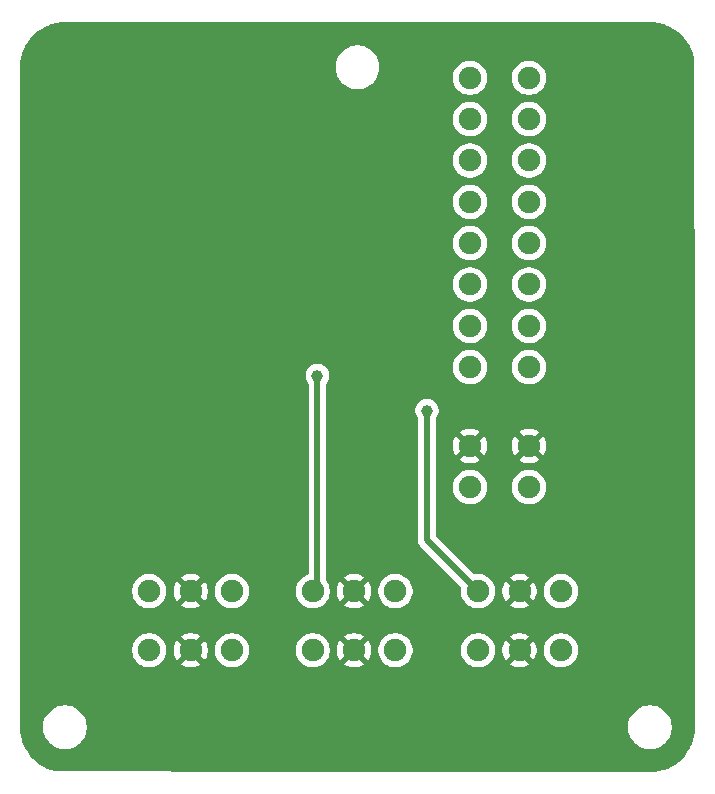
<source format=gbl>
G04 #@! TF.GenerationSoftware,KiCad,Pcbnew,9.0.0*
G04 #@! TF.CreationDate,2025-02-28T23:18:11-08:00*
G04 #@! TF.ProjectId,Constellation STAR LAF V1.1,436f6e73-7465-46c6-9c61-74696f6e2053,rev?*
G04 #@! TF.SameCoordinates,Original*
G04 #@! TF.FileFunction,Copper,L2,Bot*
G04 #@! TF.FilePolarity,Positive*
%FSLAX46Y46*%
G04 Gerber Fmt 4.6, Leading zero omitted, Abs format (unit mm)*
G04 Created by KiCad (PCBNEW 9.0.0) date 2025-02-28 23:18:11*
%MOMM*%
%LPD*%
G01*
G04 APERTURE LIST*
G04 #@! TA.AperFunction,ComponentPad*
%ADD10C,1.900000*%
G04 #@! TD*
G04 #@! TA.AperFunction,ViaPad*
%ADD11C,0.700000*%
G04 #@! TD*
G04 #@! TA.AperFunction,ViaPad*
%ADD12C,1.000000*%
G04 #@! TD*
G04 #@! TA.AperFunction,Conductor*
%ADD13C,0.500000*%
G04 #@! TD*
G04 APERTURE END LIST*
D10*
X63500000Y-64770000D03*
X68500000Y-64770000D03*
X63500000Y-61270000D03*
X68500000Y-61270000D03*
X64195000Y-73580000D03*
X64195000Y-78580000D03*
X67695000Y-73580000D03*
X67695000Y-78580000D03*
X71195001Y-73580000D03*
X71195001Y-78580000D03*
X36350000Y-73580000D03*
X36350000Y-78580000D03*
X39850000Y-73580000D03*
X39850000Y-78580000D03*
X43350001Y-73580000D03*
X43350001Y-78580000D03*
X63500000Y-54610000D03*
X68500000Y-54610000D03*
X63500000Y-51110000D03*
X68499999Y-51109999D03*
X63500000Y-47609998D03*
X68500000Y-47609998D03*
X63500000Y-44109997D03*
X68500000Y-44109997D03*
X63500000Y-40609997D03*
X68500000Y-40609997D03*
X63500000Y-37109997D03*
X68500000Y-37109997D03*
X63500000Y-33609996D03*
X68500000Y-33609996D03*
X63500000Y-30109995D03*
X68500000Y-30109995D03*
X50190000Y-73580000D03*
X50190000Y-78580000D03*
X53690000Y-73580000D03*
X53690000Y-78580000D03*
X57190001Y-73580000D03*
X57190001Y-78580000D03*
D11*
X54280000Y-65090000D03*
X54340000Y-54620000D03*
X52270000Y-67200000D03*
X52610000Y-60280000D03*
X56360000Y-52430000D03*
D12*
X58060000Y-58090000D03*
X50590000Y-55320000D03*
X59860000Y-58300000D03*
D13*
X50590000Y-73180000D02*
X50190000Y-73580000D01*
X50590000Y-55320000D02*
X50590000Y-73180000D01*
X64195000Y-73580000D02*
X59860000Y-69245000D01*
X59860000Y-69245000D02*
X59860000Y-58300000D01*
G04 #@! TA.AperFunction,Conductor*
G36*
X78743032Y-25400648D02*
G01*
X79073550Y-25416886D01*
X79080338Y-25417409D01*
X79158043Y-25425576D01*
X79163118Y-25426219D01*
X79451012Y-25468923D01*
X79458530Y-25470279D01*
X79529110Y-25485281D01*
X79533445Y-25486284D01*
X79822283Y-25558635D01*
X79830447Y-25560981D01*
X79888101Y-25579714D01*
X79891519Y-25580880D01*
X80183376Y-25685308D01*
X80192002Y-25688766D01*
X80228374Y-25704960D01*
X80230808Y-25706077D01*
X80530296Y-25847724D01*
X80541004Y-25853448D01*
X80851215Y-26039382D01*
X80861333Y-26046142D01*
X81151832Y-26261591D01*
X81161238Y-26269311D01*
X81429216Y-26512192D01*
X81437807Y-26520783D01*
X81642247Y-26746348D01*
X81680688Y-26788761D01*
X81688408Y-26798167D01*
X81903857Y-27088666D01*
X81910617Y-27098784D01*
X82096543Y-27408982D01*
X82102280Y-27419714D01*
X82243887Y-27719116D01*
X82245072Y-27721699D01*
X82261225Y-27757980D01*
X82264697Y-27766640D01*
X82369111Y-28058460D01*
X82370290Y-28061916D01*
X82389013Y-28119539D01*
X82391366Y-28127727D01*
X82463714Y-28416551D01*
X82464719Y-28420895D01*
X82479713Y-28491438D01*
X82481081Y-28499022D01*
X82503795Y-28652151D01*
X82505137Y-28670150D01*
X82549500Y-56906751D01*
X82549500Y-85086947D01*
X82549351Y-85093032D01*
X82533115Y-85423506D01*
X82532585Y-85430382D01*
X82524431Y-85507967D01*
X82523768Y-85513201D01*
X82481081Y-85800974D01*
X82479713Y-85808561D01*
X82464718Y-85879103D01*
X82463712Y-85883451D01*
X82391366Y-86172271D01*
X82389013Y-86180459D01*
X82370290Y-86238082D01*
X82369111Y-86241538D01*
X82264697Y-86533358D01*
X82261225Y-86542018D01*
X82245072Y-86578299D01*
X82243887Y-86580882D01*
X82102280Y-86880284D01*
X82096543Y-86891016D01*
X81910617Y-87201215D01*
X81903857Y-87211333D01*
X81688408Y-87501832D01*
X81680688Y-87511238D01*
X81437814Y-87779209D01*
X81429209Y-87787814D01*
X81161238Y-88030688D01*
X81151832Y-88038408D01*
X80861333Y-88253857D01*
X80851215Y-88260617D01*
X80541016Y-88446543D01*
X80530284Y-88452280D01*
X80230882Y-88593887D01*
X80228299Y-88595072D01*
X80192018Y-88611225D01*
X80183358Y-88614697D01*
X79891538Y-88719111D01*
X79888082Y-88720290D01*
X79830459Y-88739013D01*
X79822271Y-88741366D01*
X79533451Y-88813712D01*
X79529103Y-88814718D01*
X79458561Y-88829713D01*
X79450974Y-88831081D01*
X79163201Y-88873768D01*
X79157967Y-88874431D01*
X79080382Y-88882585D01*
X79073506Y-88883115D01*
X78743033Y-88899351D01*
X78736948Y-88899500D01*
X48165913Y-88899500D01*
X48165372Y-88899499D01*
X48109277Y-88899253D01*
X28429414Y-88813239D01*
X28399826Y-88809524D01*
X28127727Y-88741366D01*
X28119539Y-88739013D01*
X28061916Y-88720290D01*
X28058460Y-88719111D01*
X27766640Y-88614697D01*
X27757980Y-88611225D01*
X27721699Y-88595072D01*
X27719116Y-88593887D01*
X27419714Y-88452280D01*
X27408982Y-88446543D01*
X27098784Y-88260617D01*
X27088666Y-88253857D01*
X26798167Y-88038408D01*
X26788761Y-88030688D01*
X26746348Y-87992247D01*
X26520783Y-87787807D01*
X26512192Y-87779216D01*
X26269311Y-87511238D01*
X26261591Y-87501832D01*
X26046142Y-87211333D01*
X26039382Y-87201215D01*
X25883115Y-86940500D01*
X25853448Y-86891004D01*
X25847724Y-86880296D01*
X25706077Y-86580808D01*
X25704960Y-86578374D01*
X25688766Y-86542002D01*
X25685308Y-86533376D01*
X25580880Y-86241519D01*
X25579708Y-86238082D01*
X25560985Y-86180459D01*
X25558632Y-86172271D01*
X25545612Y-86120293D01*
X25486284Y-85883445D01*
X25485280Y-85879103D01*
X25470279Y-85808530D01*
X25468923Y-85801012D01*
X25426219Y-85513118D01*
X25425576Y-85508043D01*
X25417409Y-85430338D01*
X25416886Y-85423550D01*
X25400648Y-85093032D01*
X25400500Y-85086949D01*
X25400500Y-84968711D01*
X27359500Y-84968711D01*
X27359500Y-85211288D01*
X27391161Y-85451785D01*
X27453947Y-85686104D01*
X27501528Y-85800974D01*
X27546776Y-85910212D01*
X27668064Y-86120289D01*
X27668066Y-86120292D01*
X27668067Y-86120293D01*
X27815733Y-86312736D01*
X27815739Y-86312743D01*
X27987256Y-86484260D01*
X27987262Y-86484265D01*
X28179711Y-86631936D01*
X28389788Y-86753224D01*
X28613900Y-86846054D01*
X28848211Y-86908838D01*
X29028586Y-86932584D01*
X29088711Y-86940500D01*
X29088712Y-86940500D01*
X29331289Y-86940500D01*
X29379388Y-86934167D01*
X29571789Y-86908838D01*
X29806100Y-86846054D01*
X30030212Y-86753224D01*
X30240289Y-86631936D01*
X30432738Y-86484265D01*
X30604265Y-86312738D01*
X30751936Y-86120289D01*
X30873224Y-85910212D01*
X30966054Y-85686100D01*
X31028838Y-85451789D01*
X31060500Y-85211288D01*
X31060500Y-84968712D01*
X31060500Y-84968711D01*
X76889500Y-84968711D01*
X76889500Y-85211288D01*
X76921161Y-85451785D01*
X76983947Y-85686104D01*
X77031528Y-85800974D01*
X77076776Y-85910212D01*
X77198064Y-86120289D01*
X77198066Y-86120292D01*
X77198067Y-86120293D01*
X77345733Y-86312736D01*
X77345739Y-86312743D01*
X77517256Y-86484260D01*
X77517262Y-86484265D01*
X77709711Y-86631936D01*
X77919788Y-86753224D01*
X78143900Y-86846054D01*
X78378211Y-86908838D01*
X78558586Y-86932584D01*
X78618711Y-86940500D01*
X78618712Y-86940500D01*
X78861289Y-86940500D01*
X78909388Y-86934167D01*
X79101789Y-86908838D01*
X79336100Y-86846054D01*
X79560212Y-86753224D01*
X79770289Y-86631936D01*
X79962738Y-86484265D01*
X80134265Y-86312738D01*
X80281936Y-86120289D01*
X80403224Y-85910212D01*
X80496054Y-85686100D01*
X80558838Y-85451789D01*
X80590500Y-85211288D01*
X80590500Y-84968712D01*
X80558838Y-84728211D01*
X80496054Y-84493900D01*
X80403224Y-84269788D01*
X80281936Y-84059711D01*
X80134265Y-83867262D01*
X80134260Y-83867256D01*
X79962743Y-83695739D01*
X79962736Y-83695733D01*
X79770293Y-83548067D01*
X79770292Y-83548066D01*
X79770289Y-83548064D01*
X79560212Y-83426776D01*
X79560205Y-83426773D01*
X79336104Y-83333947D01*
X79101785Y-83271161D01*
X78861289Y-83239500D01*
X78861288Y-83239500D01*
X78618712Y-83239500D01*
X78618711Y-83239500D01*
X78378214Y-83271161D01*
X78143895Y-83333947D01*
X77919794Y-83426773D01*
X77919785Y-83426777D01*
X77709706Y-83548067D01*
X77517263Y-83695733D01*
X77517256Y-83695739D01*
X77345739Y-83867256D01*
X77345733Y-83867263D01*
X77198067Y-84059706D01*
X77076777Y-84269785D01*
X77076773Y-84269794D01*
X76983947Y-84493895D01*
X76921161Y-84728214D01*
X76889500Y-84968711D01*
X31060500Y-84968711D01*
X31028838Y-84728211D01*
X30966054Y-84493900D01*
X30873224Y-84269788D01*
X30751936Y-84059711D01*
X30604265Y-83867262D01*
X30604260Y-83867256D01*
X30432743Y-83695739D01*
X30432736Y-83695733D01*
X30240293Y-83548067D01*
X30240292Y-83548066D01*
X30240289Y-83548064D01*
X30030212Y-83426776D01*
X30030205Y-83426773D01*
X29806104Y-83333947D01*
X29571785Y-83271161D01*
X29331289Y-83239500D01*
X29331288Y-83239500D01*
X29088712Y-83239500D01*
X29088711Y-83239500D01*
X28848214Y-83271161D01*
X28613895Y-83333947D01*
X28389794Y-83426773D01*
X28389785Y-83426777D01*
X28179706Y-83548067D01*
X27987263Y-83695733D01*
X27987256Y-83695739D01*
X27815739Y-83867256D01*
X27815733Y-83867263D01*
X27668067Y-84059706D01*
X27546777Y-84269785D01*
X27546773Y-84269794D01*
X27453947Y-84493895D01*
X27391161Y-84728214D01*
X27359500Y-84968711D01*
X25400500Y-84968711D01*
X25400500Y-78465837D01*
X34899500Y-78465837D01*
X34899500Y-78694162D01*
X34935215Y-78919660D01*
X35005770Y-79136803D01*
X35109288Y-79339966D01*
X35109421Y-79340228D01*
X35243621Y-79524937D01*
X35405063Y-79686379D01*
X35589772Y-79820579D01*
X35685884Y-79869550D01*
X35793196Y-79924229D01*
X35793198Y-79924229D01*
X35793201Y-79924231D01*
X35909592Y-79962049D01*
X36010339Y-79994784D01*
X36235838Y-80030500D01*
X36235843Y-80030500D01*
X36464162Y-80030500D01*
X36689660Y-79994784D01*
X36691165Y-79994295D01*
X36906799Y-79924231D01*
X37110228Y-79820579D01*
X37294937Y-79686379D01*
X37456379Y-79524937D01*
X37590579Y-79340228D01*
X37694231Y-79136799D01*
X37764784Y-78919660D01*
X37764802Y-78919544D01*
X37800500Y-78694162D01*
X37800500Y-78465883D01*
X38400000Y-78465883D01*
X38400000Y-78694116D01*
X38435704Y-78919544D01*
X38506230Y-79136604D01*
X38609851Y-79339969D01*
X38663135Y-79413309D01*
X38663137Y-79413309D01*
X39285387Y-78791059D01*
X39290889Y-78811591D01*
X39369881Y-78948408D01*
X39481592Y-79060119D01*
X39618409Y-79139111D01*
X39638939Y-79144612D01*
X39016688Y-79766862D01*
X39016689Y-79766863D01*
X39090030Y-79820148D01*
X39293395Y-79923769D01*
X39510455Y-79994295D01*
X39735884Y-80030000D01*
X39964116Y-80030000D01*
X40189544Y-79994295D01*
X40406604Y-79923769D01*
X40609966Y-79820150D01*
X40683309Y-79766862D01*
X40683310Y-79766862D01*
X40061059Y-79144612D01*
X40081591Y-79139111D01*
X40218408Y-79060119D01*
X40330119Y-78948408D01*
X40409111Y-78811591D01*
X40414612Y-78791059D01*
X41036862Y-79413310D01*
X41036862Y-79413309D01*
X41090150Y-79339966D01*
X41193769Y-79136604D01*
X41264295Y-78919544D01*
X41300000Y-78694116D01*
X41300000Y-78465883D01*
X41299993Y-78465837D01*
X41899501Y-78465837D01*
X41899501Y-78694162D01*
X41935216Y-78919660D01*
X42005771Y-79136803D01*
X42109289Y-79339966D01*
X42109422Y-79340228D01*
X42243622Y-79524937D01*
X42405064Y-79686379D01*
X42589773Y-79820579D01*
X42685885Y-79869550D01*
X42793197Y-79924229D01*
X42793199Y-79924229D01*
X42793202Y-79924231D01*
X42909593Y-79962049D01*
X43010340Y-79994784D01*
X43235839Y-80030500D01*
X43235844Y-80030500D01*
X43464163Y-80030500D01*
X43689661Y-79994784D01*
X43691166Y-79994295D01*
X43906800Y-79924231D01*
X44110229Y-79820579D01*
X44294938Y-79686379D01*
X44456380Y-79524937D01*
X44590580Y-79340228D01*
X44694232Y-79136799D01*
X44764785Y-78919660D01*
X44764803Y-78919544D01*
X44800501Y-78694162D01*
X44800501Y-78465837D01*
X48739500Y-78465837D01*
X48739500Y-78694162D01*
X48775215Y-78919660D01*
X48845770Y-79136803D01*
X48949288Y-79339966D01*
X48949421Y-79340228D01*
X49083621Y-79524937D01*
X49245063Y-79686379D01*
X49429772Y-79820579D01*
X49525884Y-79869550D01*
X49633196Y-79924229D01*
X49633198Y-79924229D01*
X49633201Y-79924231D01*
X49749592Y-79962049D01*
X49850339Y-79994784D01*
X50075838Y-80030500D01*
X50075843Y-80030500D01*
X50304162Y-80030500D01*
X50529660Y-79994784D01*
X50531165Y-79994295D01*
X50746799Y-79924231D01*
X50950228Y-79820579D01*
X51134937Y-79686379D01*
X51296379Y-79524937D01*
X51430579Y-79340228D01*
X51534231Y-79136799D01*
X51604784Y-78919660D01*
X51604802Y-78919544D01*
X51640500Y-78694162D01*
X51640500Y-78465883D01*
X52240000Y-78465883D01*
X52240000Y-78694116D01*
X52275704Y-78919544D01*
X52346230Y-79136604D01*
X52449851Y-79339969D01*
X52503135Y-79413309D01*
X52503137Y-79413309D01*
X53125387Y-78791059D01*
X53130889Y-78811591D01*
X53209881Y-78948408D01*
X53321592Y-79060119D01*
X53458409Y-79139111D01*
X53478939Y-79144612D01*
X52856688Y-79766862D01*
X52856689Y-79766863D01*
X52930030Y-79820148D01*
X53133395Y-79923769D01*
X53350455Y-79994295D01*
X53575884Y-80030000D01*
X53804116Y-80030000D01*
X54029544Y-79994295D01*
X54246604Y-79923769D01*
X54449966Y-79820150D01*
X54523309Y-79766862D01*
X54523310Y-79766862D01*
X53901059Y-79144612D01*
X53921591Y-79139111D01*
X54058408Y-79060119D01*
X54170119Y-78948408D01*
X54249111Y-78811591D01*
X54254612Y-78791059D01*
X54876862Y-79413310D01*
X54876862Y-79413309D01*
X54930150Y-79339966D01*
X55033769Y-79136604D01*
X55104295Y-78919544D01*
X55140000Y-78694116D01*
X55140000Y-78465883D01*
X55139993Y-78465837D01*
X55739501Y-78465837D01*
X55739501Y-78694162D01*
X55775216Y-78919660D01*
X55845771Y-79136803D01*
X55949289Y-79339966D01*
X55949422Y-79340228D01*
X56083622Y-79524937D01*
X56245064Y-79686379D01*
X56429773Y-79820579D01*
X56525885Y-79869550D01*
X56633197Y-79924229D01*
X56633199Y-79924229D01*
X56633202Y-79924231D01*
X56749593Y-79962049D01*
X56850340Y-79994784D01*
X57075839Y-80030500D01*
X57075844Y-80030500D01*
X57304163Y-80030500D01*
X57529661Y-79994784D01*
X57531166Y-79994295D01*
X57746800Y-79924231D01*
X57950229Y-79820579D01*
X58134938Y-79686379D01*
X58296380Y-79524937D01*
X58430580Y-79340228D01*
X58534232Y-79136799D01*
X58604785Y-78919660D01*
X58604803Y-78919544D01*
X58640501Y-78694162D01*
X58640501Y-78465837D01*
X62744500Y-78465837D01*
X62744500Y-78694162D01*
X62780215Y-78919660D01*
X62850770Y-79136803D01*
X62954288Y-79339966D01*
X62954421Y-79340228D01*
X63088621Y-79524937D01*
X63250063Y-79686379D01*
X63434772Y-79820579D01*
X63530884Y-79869550D01*
X63638196Y-79924229D01*
X63638198Y-79924229D01*
X63638201Y-79924231D01*
X63754592Y-79962049D01*
X63855339Y-79994784D01*
X64080838Y-80030500D01*
X64080843Y-80030500D01*
X64309162Y-80030500D01*
X64534660Y-79994784D01*
X64536165Y-79994295D01*
X64751799Y-79924231D01*
X64955228Y-79820579D01*
X65139937Y-79686379D01*
X65301379Y-79524937D01*
X65435579Y-79340228D01*
X65539231Y-79136799D01*
X65609784Y-78919660D01*
X65609802Y-78919544D01*
X65645500Y-78694162D01*
X65645500Y-78465883D01*
X66245000Y-78465883D01*
X66245000Y-78694116D01*
X66280704Y-78919544D01*
X66351230Y-79136604D01*
X66454851Y-79339969D01*
X66508135Y-79413309D01*
X66508137Y-79413309D01*
X67130387Y-78791058D01*
X67135889Y-78811591D01*
X67214881Y-78948408D01*
X67326592Y-79060119D01*
X67463409Y-79139111D01*
X67483939Y-79144612D01*
X66861688Y-79766862D01*
X66861689Y-79766863D01*
X66935030Y-79820148D01*
X67138395Y-79923769D01*
X67355455Y-79994295D01*
X67580884Y-80030000D01*
X67809116Y-80030000D01*
X68034544Y-79994295D01*
X68251604Y-79923769D01*
X68454966Y-79820150D01*
X68528309Y-79766862D01*
X68528310Y-79766862D01*
X67906059Y-79144612D01*
X67926591Y-79139111D01*
X68063408Y-79060119D01*
X68175119Y-78948408D01*
X68254111Y-78811591D01*
X68259612Y-78791060D01*
X68881862Y-79413310D01*
X68881862Y-79413309D01*
X68935150Y-79339966D01*
X69038769Y-79136604D01*
X69109295Y-78919544D01*
X69145000Y-78694116D01*
X69145000Y-78465883D01*
X69144993Y-78465837D01*
X69744501Y-78465837D01*
X69744501Y-78694162D01*
X69780216Y-78919660D01*
X69850771Y-79136803D01*
X69954289Y-79339966D01*
X69954422Y-79340228D01*
X70088622Y-79524937D01*
X70250064Y-79686379D01*
X70434773Y-79820579D01*
X70530885Y-79869550D01*
X70638197Y-79924229D01*
X70638199Y-79924229D01*
X70638202Y-79924231D01*
X70754593Y-79962049D01*
X70855340Y-79994784D01*
X71080839Y-80030500D01*
X71080844Y-80030500D01*
X71309163Y-80030500D01*
X71534661Y-79994784D01*
X71536166Y-79994295D01*
X71751800Y-79924231D01*
X71955229Y-79820579D01*
X72139938Y-79686379D01*
X72301380Y-79524937D01*
X72435580Y-79340228D01*
X72539232Y-79136799D01*
X72609785Y-78919660D01*
X72609803Y-78919544D01*
X72645501Y-78694162D01*
X72645501Y-78465837D01*
X72609785Y-78240339D01*
X72539230Y-78023196D01*
X72435714Y-77820035D01*
X72435580Y-77819772D01*
X72301380Y-77635063D01*
X72139938Y-77473621D01*
X71955229Y-77339421D01*
X71751804Y-77235770D01*
X71534661Y-77165215D01*
X71309163Y-77129500D01*
X71309158Y-77129500D01*
X71080844Y-77129500D01*
X71080839Y-77129500D01*
X70855340Y-77165215D01*
X70638197Y-77235770D01*
X70434772Y-77339421D01*
X70250062Y-77473622D01*
X70088623Y-77635061D01*
X69954422Y-77819771D01*
X69850771Y-78023196D01*
X69780216Y-78240339D01*
X69744501Y-78465837D01*
X69144993Y-78465837D01*
X69109295Y-78240455D01*
X69038769Y-78023395D01*
X68935148Y-77820030D01*
X68881863Y-77746689D01*
X68881862Y-77746688D01*
X68259612Y-78368939D01*
X68254111Y-78348409D01*
X68175119Y-78211592D01*
X68063408Y-78099881D01*
X67926591Y-78020889D01*
X67906058Y-78015387D01*
X68528309Y-77393137D01*
X68528309Y-77393135D01*
X68454969Y-77339851D01*
X68251604Y-77236230D01*
X68034544Y-77165704D01*
X67809116Y-77130000D01*
X67580884Y-77130000D01*
X67355455Y-77165704D01*
X67138395Y-77236230D01*
X66935035Y-77339848D01*
X66935033Y-77339849D01*
X66861689Y-77393135D01*
X66861689Y-77393136D01*
X67483941Y-78015387D01*
X67463409Y-78020889D01*
X67326592Y-78099881D01*
X67214881Y-78211592D01*
X67135889Y-78348409D01*
X67130387Y-78368940D01*
X66508136Y-77746689D01*
X66508135Y-77746689D01*
X66454849Y-77820033D01*
X66454848Y-77820035D01*
X66351230Y-78023395D01*
X66280704Y-78240455D01*
X66245000Y-78465883D01*
X65645500Y-78465883D01*
X65645500Y-78465837D01*
X65609784Y-78240339D01*
X65539229Y-78023196D01*
X65435713Y-77820035D01*
X65435579Y-77819772D01*
X65301379Y-77635063D01*
X65139937Y-77473621D01*
X64955228Y-77339421D01*
X64751803Y-77235770D01*
X64534660Y-77165215D01*
X64309162Y-77129500D01*
X64309157Y-77129500D01*
X64080843Y-77129500D01*
X64080838Y-77129500D01*
X63855339Y-77165215D01*
X63638196Y-77235770D01*
X63434771Y-77339421D01*
X63250061Y-77473622D01*
X63088622Y-77635061D01*
X62954421Y-77819771D01*
X62850770Y-78023196D01*
X62780215Y-78240339D01*
X62744500Y-78465837D01*
X58640501Y-78465837D01*
X58604785Y-78240339D01*
X58534230Y-78023196D01*
X58430714Y-77820035D01*
X58430580Y-77819772D01*
X58296380Y-77635063D01*
X58134938Y-77473621D01*
X57950229Y-77339421D01*
X57746804Y-77235770D01*
X57529661Y-77165215D01*
X57304163Y-77129500D01*
X57304158Y-77129500D01*
X57075844Y-77129500D01*
X57075839Y-77129500D01*
X56850340Y-77165215D01*
X56633197Y-77235770D01*
X56429772Y-77339421D01*
X56245062Y-77473622D01*
X56083623Y-77635061D01*
X55949422Y-77819771D01*
X55845771Y-78023196D01*
X55775216Y-78240339D01*
X55739501Y-78465837D01*
X55139993Y-78465837D01*
X55104295Y-78240455D01*
X55033769Y-78023395D01*
X54930148Y-77820030D01*
X54876863Y-77746689D01*
X54876862Y-77746688D01*
X54254612Y-78368939D01*
X54249111Y-78348409D01*
X54170119Y-78211592D01*
X54058408Y-78099881D01*
X53921591Y-78020889D01*
X53901058Y-78015387D01*
X54523309Y-77393137D01*
X54523309Y-77393135D01*
X54449969Y-77339851D01*
X54246604Y-77236230D01*
X54029544Y-77165704D01*
X53804116Y-77130000D01*
X53575884Y-77130000D01*
X53350455Y-77165704D01*
X53133395Y-77236230D01*
X52930035Y-77339848D01*
X52930033Y-77339849D01*
X52856689Y-77393135D01*
X52856689Y-77393136D01*
X53478941Y-78015387D01*
X53458409Y-78020889D01*
X53321592Y-78099881D01*
X53209881Y-78211592D01*
X53130889Y-78348409D01*
X53125387Y-78368940D01*
X52503136Y-77746689D01*
X52503135Y-77746689D01*
X52449849Y-77820033D01*
X52449848Y-77820035D01*
X52346230Y-78023395D01*
X52275704Y-78240455D01*
X52240000Y-78465883D01*
X51640500Y-78465883D01*
X51640500Y-78465837D01*
X51604784Y-78240339D01*
X51534229Y-78023196D01*
X51430713Y-77820035D01*
X51430579Y-77819772D01*
X51296379Y-77635063D01*
X51134937Y-77473621D01*
X50950228Y-77339421D01*
X50746803Y-77235770D01*
X50529660Y-77165215D01*
X50304162Y-77129500D01*
X50304157Y-77129500D01*
X50075843Y-77129500D01*
X50075838Y-77129500D01*
X49850339Y-77165215D01*
X49633196Y-77235770D01*
X49429771Y-77339421D01*
X49245061Y-77473622D01*
X49083622Y-77635061D01*
X48949421Y-77819771D01*
X48845770Y-78023196D01*
X48775215Y-78240339D01*
X48739500Y-78465837D01*
X44800501Y-78465837D01*
X44764785Y-78240339D01*
X44694230Y-78023196D01*
X44590714Y-77820035D01*
X44590580Y-77819772D01*
X44456380Y-77635063D01*
X44294938Y-77473621D01*
X44110229Y-77339421D01*
X43906804Y-77235770D01*
X43689661Y-77165215D01*
X43464163Y-77129500D01*
X43464158Y-77129500D01*
X43235844Y-77129500D01*
X43235839Y-77129500D01*
X43010340Y-77165215D01*
X42793197Y-77235770D01*
X42589772Y-77339421D01*
X42405062Y-77473622D01*
X42243623Y-77635061D01*
X42109422Y-77819771D01*
X42005771Y-78023196D01*
X41935216Y-78240339D01*
X41899501Y-78465837D01*
X41299993Y-78465837D01*
X41264295Y-78240455D01*
X41193769Y-78023395D01*
X41090148Y-77820030D01*
X41036863Y-77746689D01*
X41036862Y-77746688D01*
X40414612Y-78368939D01*
X40409111Y-78348409D01*
X40330119Y-78211592D01*
X40218408Y-78099881D01*
X40081591Y-78020889D01*
X40061058Y-78015387D01*
X40683309Y-77393137D01*
X40683309Y-77393135D01*
X40609969Y-77339851D01*
X40406604Y-77236230D01*
X40189544Y-77165704D01*
X39964116Y-77130000D01*
X39735884Y-77130000D01*
X39510455Y-77165704D01*
X39293395Y-77236230D01*
X39090035Y-77339848D01*
X39090033Y-77339849D01*
X39016689Y-77393135D01*
X39016689Y-77393136D01*
X39638941Y-78015387D01*
X39618409Y-78020889D01*
X39481592Y-78099881D01*
X39369881Y-78211592D01*
X39290889Y-78348409D01*
X39285387Y-78368940D01*
X38663136Y-77746689D01*
X38663135Y-77746689D01*
X38609849Y-77820033D01*
X38609848Y-77820035D01*
X38506230Y-78023395D01*
X38435704Y-78240455D01*
X38400000Y-78465883D01*
X37800500Y-78465883D01*
X37800500Y-78465837D01*
X37764784Y-78240339D01*
X37694229Y-78023196D01*
X37590713Y-77820035D01*
X37590579Y-77819772D01*
X37456379Y-77635063D01*
X37294937Y-77473621D01*
X37110228Y-77339421D01*
X36906803Y-77235770D01*
X36689660Y-77165215D01*
X36464162Y-77129500D01*
X36464157Y-77129500D01*
X36235843Y-77129500D01*
X36235838Y-77129500D01*
X36010339Y-77165215D01*
X35793196Y-77235770D01*
X35589771Y-77339421D01*
X35405061Y-77473622D01*
X35243622Y-77635061D01*
X35109421Y-77819771D01*
X35005770Y-78023196D01*
X34935215Y-78240339D01*
X34899500Y-78465837D01*
X25400500Y-78465837D01*
X25400500Y-73465837D01*
X34899500Y-73465837D01*
X34899500Y-73694162D01*
X34935215Y-73919660D01*
X35005770Y-74136803D01*
X35109288Y-74339966D01*
X35109421Y-74340228D01*
X35243621Y-74524937D01*
X35405063Y-74686379D01*
X35589772Y-74820579D01*
X35685884Y-74869550D01*
X35793196Y-74924229D01*
X35793198Y-74924229D01*
X35793201Y-74924231D01*
X35909592Y-74962049D01*
X36010339Y-74994784D01*
X36235838Y-75030500D01*
X36235843Y-75030500D01*
X36464162Y-75030500D01*
X36689660Y-74994784D01*
X36691165Y-74994295D01*
X36906799Y-74924231D01*
X37110228Y-74820579D01*
X37294937Y-74686379D01*
X37456379Y-74524937D01*
X37590579Y-74340228D01*
X37694231Y-74136799D01*
X37764784Y-73919660D01*
X37764802Y-73919544D01*
X37800500Y-73694162D01*
X37800500Y-73465883D01*
X38400000Y-73465883D01*
X38400000Y-73694116D01*
X38435704Y-73919544D01*
X38506230Y-74136604D01*
X38609851Y-74339969D01*
X38663135Y-74413309D01*
X38663137Y-74413309D01*
X39285387Y-73791059D01*
X39290889Y-73811591D01*
X39369881Y-73948408D01*
X39481592Y-74060119D01*
X39618409Y-74139111D01*
X39638939Y-74144612D01*
X39016688Y-74766862D01*
X39016689Y-74766863D01*
X39090030Y-74820148D01*
X39293395Y-74923769D01*
X39510455Y-74994295D01*
X39735884Y-75030000D01*
X39964116Y-75030000D01*
X40189544Y-74994295D01*
X40406604Y-74923769D01*
X40609966Y-74820150D01*
X40683309Y-74766862D01*
X40683310Y-74766862D01*
X40061059Y-74144612D01*
X40081591Y-74139111D01*
X40218408Y-74060119D01*
X40330119Y-73948408D01*
X40409111Y-73811591D01*
X40414612Y-73791059D01*
X41036862Y-74413310D01*
X41036862Y-74413309D01*
X41090150Y-74339966D01*
X41193769Y-74136604D01*
X41264295Y-73919544D01*
X41300000Y-73694116D01*
X41300000Y-73465883D01*
X41299993Y-73465837D01*
X41899501Y-73465837D01*
X41899501Y-73694162D01*
X41935216Y-73919660D01*
X42005771Y-74136803D01*
X42109289Y-74339966D01*
X42109422Y-74340228D01*
X42243622Y-74524937D01*
X42405064Y-74686379D01*
X42589773Y-74820579D01*
X42685885Y-74869550D01*
X42793197Y-74924229D01*
X42793199Y-74924229D01*
X42793202Y-74924231D01*
X42909593Y-74962049D01*
X43010340Y-74994784D01*
X43235839Y-75030500D01*
X43235844Y-75030500D01*
X43464163Y-75030500D01*
X43689661Y-74994784D01*
X43691166Y-74994295D01*
X43906800Y-74924231D01*
X44110229Y-74820579D01*
X44294938Y-74686379D01*
X44456380Y-74524937D01*
X44590580Y-74340228D01*
X44694232Y-74136799D01*
X44764785Y-73919660D01*
X44764803Y-73919544D01*
X44800501Y-73694162D01*
X44800501Y-73465837D01*
X48739500Y-73465837D01*
X48739500Y-73694162D01*
X48775215Y-73919660D01*
X48845770Y-74136803D01*
X48949288Y-74339966D01*
X48949421Y-74340228D01*
X49083621Y-74524937D01*
X49245063Y-74686379D01*
X49429772Y-74820579D01*
X49525884Y-74869550D01*
X49633196Y-74924229D01*
X49633198Y-74924229D01*
X49633201Y-74924231D01*
X49749592Y-74962049D01*
X49850339Y-74994784D01*
X50075838Y-75030500D01*
X50075843Y-75030500D01*
X50304162Y-75030500D01*
X50529660Y-74994784D01*
X50531165Y-74994295D01*
X50746799Y-74924231D01*
X50950228Y-74820579D01*
X51134937Y-74686379D01*
X51296379Y-74524937D01*
X51430579Y-74340228D01*
X51534231Y-74136799D01*
X51604784Y-73919660D01*
X51604802Y-73919544D01*
X51640500Y-73694162D01*
X51640500Y-73465883D01*
X52240000Y-73465883D01*
X52240000Y-73694116D01*
X52275704Y-73919544D01*
X52346230Y-74136604D01*
X52449851Y-74339969D01*
X52503135Y-74413309D01*
X52503137Y-74413309D01*
X53125387Y-73791059D01*
X53130889Y-73811591D01*
X53209881Y-73948408D01*
X53321592Y-74060119D01*
X53458409Y-74139111D01*
X53478939Y-74144612D01*
X52856688Y-74766862D01*
X52856689Y-74766863D01*
X52930030Y-74820148D01*
X53133395Y-74923769D01*
X53350455Y-74994295D01*
X53575884Y-75030000D01*
X53804116Y-75030000D01*
X54029544Y-74994295D01*
X54246604Y-74923769D01*
X54449966Y-74820150D01*
X54523309Y-74766862D01*
X54523310Y-74766862D01*
X53901059Y-74144612D01*
X53921591Y-74139111D01*
X54058408Y-74060119D01*
X54170119Y-73948408D01*
X54249111Y-73811591D01*
X54254612Y-73791059D01*
X54876862Y-74413310D01*
X54876862Y-74413309D01*
X54930150Y-74339966D01*
X55033769Y-74136604D01*
X55104295Y-73919544D01*
X55140000Y-73694116D01*
X55140000Y-73465883D01*
X55139993Y-73465837D01*
X55739501Y-73465837D01*
X55739501Y-73694162D01*
X55775216Y-73919660D01*
X55845771Y-74136803D01*
X55949289Y-74339966D01*
X55949422Y-74340228D01*
X56083622Y-74524937D01*
X56245064Y-74686379D01*
X56429773Y-74820579D01*
X56525885Y-74869550D01*
X56633197Y-74924229D01*
X56633199Y-74924229D01*
X56633202Y-74924231D01*
X56749593Y-74962049D01*
X56850340Y-74994784D01*
X57075839Y-75030500D01*
X57075844Y-75030500D01*
X57304163Y-75030500D01*
X57529661Y-74994784D01*
X57531166Y-74994295D01*
X57746800Y-74924231D01*
X57950229Y-74820579D01*
X58134938Y-74686379D01*
X58296380Y-74524937D01*
X58430580Y-74340228D01*
X58534232Y-74136799D01*
X58604785Y-73919660D01*
X58604803Y-73919544D01*
X58640501Y-73694162D01*
X58640501Y-73465837D01*
X58604785Y-73240339D01*
X58534230Y-73023196D01*
X58430714Y-72820035D01*
X58430580Y-72819772D01*
X58296380Y-72635063D01*
X58134938Y-72473621D01*
X57950229Y-72339421D01*
X57746804Y-72235770D01*
X57529661Y-72165215D01*
X57304163Y-72129500D01*
X57304158Y-72129500D01*
X57075844Y-72129500D01*
X57075839Y-72129500D01*
X56850340Y-72165215D01*
X56633197Y-72235770D01*
X56429772Y-72339421D01*
X56245062Y-72473622D01*
X56083623Y-72635061D01*
X55949422Y-72819771D01*
X55845771Y-73023196D01*
X55775216Y-73240339D01*
X55739501Y-73465837D01*
X55139993Y-73465837D01*
X55104295Y-73240455D01*
X55033769Y-73023395D01*
X54930148Y-72820030D01*
X54876863Y-72746689D01*
X54876862Y-72746688D01*
X54254612Y-73368939D01*
X54249111Y-73348409D01*
X54170119Y-73211592D01*
X54058408Y-73099881D01*
X53921591Y-73020889D01*
X53901058Y-73015387D01*
X54523309Y-72393137D01*
X54523309Y-72393135D01*
X54449969Y-72339851D01*
X54246604Y-72236230D01*
X54029544Y-72165704D01*
X53804116Y-72130000D01*
X53575884Y-72130000D01*
X53350455Y-72165704D01*
X53133395Y-72236230D01*
X52930035Y-72339848D01*
X52930033Y-72339849D01*
X52856689Y-72393135D01*
X52856689Y-72393136D01*
X53478941Y-73015387D01*
X53458409Y-73020889D01*
X53321592Y-73099881D01*
X53209881Y-73211592D01*
X53130889Y-73348409D01*
X53125387Y-73368940D01*
X52503136Y-72746689D01*
X52503135Y-72746689D01*
X52449849Y-72820033D01*
X52449848Y-72820035D01*
X52346230Y-73023395D01*
X52275704Y-73240455D01*
X52240000Y-73465883D01*
X51640500Y-73465883D01*
X51640500Y-73465837D01*
X51604784Y-73240339D01*
X51534229Y-73023196D01*
X51430713Y-72820035D01*
X51430579Y-72819772D01*
X51364181Y-72728383D01*
X51357029Y-72708338D01*
X51345523Y-72690434D01*
X51342068Y-72666407D01*
X51340702Y-72662578D01*
X51340500Y-72655499D01*
X51340500Y-58398543D01*
X58859499Y-58398543D01*
X58897947Y-58591829D01*
X58897950Y-58591839D01*
X58973364Y-58773907D01*
X58973371Y-58773920D01*
X59086245Y-58942847D01*
X59084717Y-58943867D01*
X59108666Y-59000255D01*
X59109500Y-59014610D01*
X59109500Y-69318918D01*
X59109500Y-69318920D01*
X59109499Y-69318920D01*
X59138340Y-69463907D01*
X59138343Y-69463917D01*
X59194914Y-69600492D01*
X59227812Y-69649727D01*
X59227813Y-69649730D01*
X59277046Y-69723414D01*
X59277052Y-69723421D01*
X62737421Y-73183789D01*
X62770906Y-73245112D01*
X62772213Y-73290868D01*
X62744500Y-73465837D01*
X62744500Y-73694162D01*
X62780215Y-73919660D01*
X62850770Y-74136803D01*
X62954288Y-74339966D01*
X62954421Y-74340228D01*
X63088621Y-74524937D01*
X63250063Y-74686379D01*
X63434772Y-74820579D01*
X63530884Y-74869550D01*
X63638196Y-74924229D01*
X63638198Y-74924229D01*
X63638201Y-74924231D01*
X63754592Y-74962049D01*
X63855339Y-74994784D01*
X64080838Y-75030500D01*
X64080843Y-75030500D01*
X64309162Y-75030500D01*
X64534660Y-74994784D01*
X64536165Y-74994295D01*
X64751799Y-74924231D01*
X64955228Y-74820579D01*
X65139937Y-74686379D01*
X65301379Y-74524937D01*
X65435579Y-74340228D01*
X65539231Y-74136799D01*
X65609784Y-73919660D01*
X65609802Y-73919544D01*
X65645500Y-73694162D01*
X65645500Y-73465883D01*
X66245000Y-73465883D01*
X66245000Y-73694116D01*
X66280704Y-73919544D01*
X66351230Y-74136604D01*
X66454851Y-74339969D01*
X66508135Y-74413309D01*
X66508137Y-74413309D01*
X67130387Y-73791058D01*
X67135889Y-73811591D01*
X67214881Y-73948408D01*
X67326592Y-74060119D01*
X67463409Y-74139111D01*
X67483939Y-74144612D01*
X66861688Y-74766862D01*
X66861689Y-74766863D01*
X66935030Y-74820148D01*
X67138395Y-74923769D01*
X67355455Y-74994295D01*
X67580884Y-75030000D01*
X67809116Y-75030000D01*
X68034544Y-74994295D01*
X68251604Y-74923769D01*
X68454966Y-74820150D01*
X68528309Y-74766862D01*
X68528310Y-74766862D01*
X67906059Y-74144612D01*
X67926591Y-74139111D01*
X68063408Y-74060119D01*
X68175119Y-73948408D01*
X68254111Y-73811591D01*
X68259612Y-73791060D01*
X68881862Y-74413310D01*
X68881862Y-74413309D01*
X68935150Y-74339966D01*
X69038769Y-74136604D01*
X69109295Y-73919544D01*
X69145000Y-73694116D01*
X69145000Y-73465883D01*
X69144993Y-73465837D01*
X69744501Y-73465837D01*
X69744501Y-73694162D01*
X69780216Y-73919660D01*
X69850771Y-74136803D01*
X69954289Y-74339966D01*
X69954422Y-74340228D01*
X70088622Y-74524937D01*
X70250064Y-74686379D01*
X70434773Y-74820579D01*
X70530885Y-74869550D01*
X70638197Y-74924229D01*
X70638199Y-74924229D01*
X70638202Y-74924231D01*
X70754593Y-74962049D01*
X70855340Y-74994784D01*
X71080839Y-75030500D01*
X71080844Y-75030500D01*
X71309163Y-75030500D01*
X71534661Y-74994784D01*
X71536166Y-74994295D01*
X71751800Y-74924231D01*
X71955229Y-74820579D01*
X72139938Y-74686379D01*
X72301380Y-74524937D01*
X72435580Y-74340228D01*
X72539232Y-74136799D01*
X72609785Y-73919660D01*
X72609803Y-73919544D01*
X72645501Y-73694162D01*
X72645501Y-73465837D01*
X72609785Y-73240339D01*
X72539230Y-73023196D01*
X72435714Y-72820035D01*
X72435580Y-72819772D01*
X72301380Y-72635063D01*
X72139938Y-72473621D01*
X71955229Y-72339421D01*
X71751804Y-72235770D01*
X71534661Y-72165215D01*
X71309163Y-72129500D01*
X71309158Y-72129500D01*
X71080844Y-72129500D01*
X71080839Y-72129500D01*
X70855340Y-72165215D01*
X70638197Y-72235770D01*
X70434772Y-72339421D01*
X70250062Y-72473622D01*
X70088623Y-72635061D01*
X69954422Y-72819771D01*
X69850771Y-73023196D01*
X69780216Y-73240339D01*
X69744501Y-73465837D01*
X69144993Y-73465837D01*
X69109295Y-73240455D01*
X69038769Y-73023395D01*
X68935148Y-72820030D01*
X68881863Y-72746689D01*
X68881862Y-72746688D01*
X68259612Y-73368939D01*
X68254111Y-73348409D01*
X68175119Y-73211592D01*
X68063408Y-73099881D01*
X67926591Y-73020889D01*
X67906058Y-73015387D01*
X68528309Y-72393137D01*
X68528309Y-72393135D01*
X68454969Y-72339851D01*
X68251604Y-72236230D01*
X68034544Y-72165704D01*
X67809116Y-72130000D01*
X67580884Y-72130000D01*
X67355455Y-72165704D01*
X67138395Y-72236230D01*
X66935035Y-72339848D01*
X66935033Y-72339849D01*
X66861689Y-72393135D01*
X66861689Y-72393136D01*
X67483941Y-73015387D01*
X67463409Y-73020889D01*
X67326592Y-73099881D01*
X67214881Y-73211592D01*
X67135889Y-73348409D01*
X67130387Y-73368940D01*
X66508136Y-72746689D01*
X66508135Y-72746689D01*
X66454849Y-72820033D01*
X66454848Y-72820035D01*
X66351230Y-73023395D01*
X66280704Y-73240455D01*
X66245000Y-73465883D01*
X65645500Y-73465883D01*
X65645500Y-73465837D01*
X65609784Y-73240339D01*
X65539229Y-73023196D01*
X65435713Y-72820035D01*
X65435579Y-72819772D01*
X65301379Y-72635063D01*
X65139937Y-72473621D01*
X64955228Y-72339421D01*
X64751803Y-72235770D01*
X64534660Y-72165215D01*
X64309162Y-72129500D01*
X64309157Y-72129500D01*
X64080843Y-72129500D01*
X64080838Y-72129500D01*
X63905868Y-72157213D01*
X63836575Y-72148259D01*
X63798789Y-72122421D01*
X60646819Y-68970451D01*
X60613334Y-68909128D01*
X60610500Y-68882770D01*
X60610500Y-64655837D01*
X62049500Y-64655837D01*
X62049500Y-64884162D01*
X62085215Y-65109660D01*
X62155770Y-65326803D01*
X62259421Y-65530228D01*
X62393621Y-65714937D01*
X62555063Y-65876379D01*
X62739772Y-66010579D01*
X62835884Y-66059550D01*
X62943196Y-66114229D01*
X62943198Y-66114229D01*
X62943201Y-66114231D01*
X63059592Y-66152049D01*
X63160339Y-66184784D01*
X63385838Y-66220500D01*
X63385843Y-66220500D01*
X63614162Y-66220500D01*
X63839660Y-66184784D01*
X64056799Y-66114231D01*
X64260228Y-66010579D01*
X64444937Y-65876379D01*
X64606379Y-65714937D01*
X64740579Y-65530228D01*
X64844231Y-65326799D01*
X64914784Y-65109660D01*
X64950500Y-64884162D01*
X64950500Y-64655837D01*
X67049500Y-64655837D01*
X67049500Y-64884162D01*
X67085215Y-65109660D01*
X67155770Y-65326803D01*
X67259421Y-65530228D01*
X67393621Y-65714937D01*
X67555063Y-65876379D01*
X67739772Y-66010579D01*
X67835884Y-66059550D01*
X67943196Y-66114229D01*
X67943198Y-66114229D01*
X67943201Y-66114231D01*
X68059592Y-66152049D01*
X68160339Y-66184784D01*
X68385838Y-66220500D01*
X68385843Y-66220500D01*
X68614162Y-66220500D01*
X68839660Y-66184784D01*
X69056799Y-66114231D01*
X69260228Y-66010579D01*
X69444937Y-65876379D01*
X69606379Y-65714937D01*
X69740579Y-65530228D01*
X69844231Y-65326799D01*
X69914784Y-65109660D01*
X69950500Y-64884162D01*
X69950500Y-64655837D01*
X69914784Y-64430339D01*
X69844229Y-64213196D01*
X69740578Y-64009771D01*
X69606379Y-63825063D01*
X69444937Y-63663621D01*
X69260228Y-63529421D01*
X69056803Y-63425770D01*
X68839660Y-63355215D01*
X68614162Y-63319500D01*
X68614157Y-63319500D01*
X68385843Y-63319500D01*
X68385838Y-63319500D01*
X68160339Y-63355215D01*
X67943196Y-63425770D01*
X67739771Y-63529421D01*
X67555061Y-63663622D01*
X67393622Y-63825061D01*
X67259421Y-64009771D01*
X67155770Y-64213196D01*
X67085215Y-64430339D01*
X67049500Y-64655837D01*
X64950500Y-64655837D01*
X64914784Y-64430339D01*
X64844229Y-64213196D01*
X64740578Y-64009771D01*
X64606379Y-63825063D01*
X64444937Y-63663621D01*
X64260228Y-63529421D01*
X64056803Y-63425770D01*
X63839660Y-63355215D01*
X63614162Y-63319500D01*
X63614157Y-63319500D01*
X63385843Y-63319500D01*
X63385838Y-63319500D01*
X63160339Y-63355215D01*
X62943196Y-63425770D01*
X62739771Y-63529421D01*
X62555061Y-63663622D01*
X62393622Y-63825061D01*
X62259421Y-64009771D01*
X62155770Y-64213196D01*
X62085215Y-64430339D01*
X62049500Y-64655837D01*
X60610500Y-64655837D01*
X60610500Y-61155883D01*
X62050000Y-61155883D01*
X62050000Y-61384116D01*
X62085704Y-61609544D01*
X62156230Y-61826604D01*
X62259851Y-62029969D01*
X62313135Y-62103309D01*
X62313137Y-62103309D01*
X62935387Y-61481058D01*
X62940889Y-61501591D01*
X63019881Y-61638408D01*
X63131592Y-61750119D01*
X63268409Y-61829111D01*
X63288939Y-61834612D01*
X62666688Y-62456862D01*
X62666689Y-62456863D01*
X62740030Y-62510148D01*
X62943395Y-62613769D01*
X63160455Y-62684295D01*
X63385884Y-62720000D01*
X63614116Y-62720000D01*
X63839544Y-62684295D01*
X64056604Y-62613769D01*
X64259966Y-62510150D01*
X64333309Y-62456862D01*
X64333310Y-62456862D01*
X63711059Y-61834612D01*
X63731591Y-61829111D01*
X63868408Y-61750119D01*
X63980119Y-61638408D01*
X64059111Y-61501591D01*
X64064612Y-61481060D01*
X64686862Y-62103310D01*
X64686862Y-62103309D01*
X64740150Y-62029966D01*
X64843769Y-61826604D01*
X64914295Y-61609544D01*
X64950000Y-61384116D01*
X64950000Y-61155883D01*
X67050000Y-61155883D01*
X67050000Y-61384116D01*
X67085704Y-61609544D01*
X67156230Y-61826604D01*
X67259851Y-62029969D01*
X67313135Y-62103309D01*
X67313137Y-62103309D01*
X67935387Y-61481059D01*
X67940889Y-61501591D01*
X68019881Y-61638408D01*
X68131592Y-61750119D01*
X68268409Y-61829111D01*
X68288939Y-61834612D01*
X67666688Y-62456862D01*
X67666689Y-62456863D01*
X67740030Y-62510148D01*
X67943395Y-62613769D01*
X68160455Y-62684295D01*
X68385884Y-62720000D01*
X68614116Y-62720000D01*
X68839544Y-62684295D01*
X69056604Y-62613769D01*
X69259966Y-62510150D01*
X69333309Y-62456862D01*
X69333310Y-62456862D01*
X68711059Y-61834612D01*
X68731591Y-61829111D01*
X68868408Y-61750119D01*
X68980119Y-61638408D01*
X69059111Y-61501591D01*
X69064612Y-61481059D01*
X69686862Y-62103310D01*
X69686862Y-62103309D01*
X69740150Y-62029966D01*
X69843769Y-61826604D01*
X69914295Y-61609544D01*
X69950000Y-61384116D01*
X69950000Y-61155883D01*
X69914295Y-60930455D01*
X69843769Y-60713395D01*
X69740148Y-60510030D01*
X69686863Y-60436689D01*
X69686862Y-60436688D01*
X69064612Y-61058939D01*
X69059111Y-61038409D01*
X68980119Y-60901592D01*
X68868408Y-60789881D01*
X68731591Y-60710889D01*
X68711058Y-60705387D01*
X69333309Y-60083137D01*
X69333309Y-60083135D01*
X69259969Y-60029851D01*
X69056604Y-59926230D01*
X68839544Y-59855704D01*
X68614116Y-59820000D01*
X68385884Y-59820000D01*
X68160455Y-59855704D01*
X67943395Y-59926230D01*
X67740035Y-60029848D01*
X67740033Y-60029849D01*
X67666689Y-60083135D01*
X67666689Y-60083136D01*
X68288941Y-60705387D01*
X68268409Y-60710889D01*
X68131592Y-60789881D01*
X68019881Y-60901592D01*
X67940889Y-61038409D01*
X67935387Y-61058940D01*
X67313136Y-60436689D01*
X67313135Y-60436689D01*
X67259849Y-60510033D01*
X67259848Y-60510035D01*
X67156230Y-60713395D01*
X67085704Y-60930455D01*
X67050000Y-61155883D01*
X64950000Y-61155883D01*
X64914295Y-60930455D01*
X64843769Y-60713395D01*
X64740148Y-60510030D01*
X64686863Y-60436689D01*
X64686862Y-60436688D01*
X64064612Y-61058939D01*
X64059111Y-61038409D01*
X63980119Y-60901592D01*
X63868408Y-60789881D01*
X63731591Y-60710889D01*
X63711058Y-60705387D01*
X64333309Y-60083137D01*
X64333309Y-60083135D01*
X64259969Y-60029851D01*
X64056604Y-59926230D01*
X63839544Y-59855704D01*
X63614116Y-59820000D01*
X63385884Y-59820000D01*
X63160455Y-59855704D01*
X62943395Y-59926230D01*
X62740035Y-60029848D01*
X62740033Y-60029849D01*
X62666689Y-60083135D01*
X62666689Y-60083136D01*
X63288941Y-60705387D01*
X63268409Y-60710889D01*
X63131592Y-60789881D01*
X63019881Y-60901592D01*
X62940889Y-61038409D01*
X62935387Y-61058940D01*
X62313136Y-60436689D01*
X62313135Y-60436689D01*
X62259849Y-60510033D01*
X62259848Y-60510035D01*
X62156230Y-60713395D01*
X62085704Y-60930455D01*
X62050000Y-61155883D01*
X60610500Y-61155883D01*
X60610500Y-59014610D01*
X60630185Y-58947571D01*
X60635228Y-58940641D01*
X60637136Y-58937784D01*
X60637139Y-58937782D01*
X60746632Y-58773914D01*
X60822051Y-58591835D01*
X60860500Y-58398541D01*
X60860500Y-58201459D01*
X60860500Y-58201456D01*
X60822052Y-58008170D01*
X60822051Y-58008169D01*
X60822051Y-58008165D01*
X60822049Y-58008160D01*
X60746635Y-57826092D01*
X60746628Y-57826079D01*
X60637139Y-57662218D01*
X60637136Y-57662214D01*
X60497785Y-57522863D01*
X60497781Y-57522860D01*
X60333920Y-57413371D01*
X60333907Y-57413364D01*
X60151839Y-57337950D01*
X60151829Y-57337947D01*
X59958543Y-57299500D01*
X59958541Y-57299500D01*
X59761459Y-57299500D01*
X59761457Y-57299500D01*
X59568170Y-57337947D01*
X59568160Y-57337950D01*
X59386092Y-57413364D01*
X59386079Y-57413371D01*
X59222218Y-57522860D01*
X59222214Y-57522863D01*
X59082863Y-57662214D01*
X59082860Y-57662218D01*
X58973371Y-57826079D01*
X58973364Y-57826092D01*
X58897950Y-58008160D01*
X58897947Y-58008170D01*
X58859500Y-58201456D01*
X58859500Y-58201459D01*
X58859500Y-58398541D01*
X58859500Y-58398543D01*
X58859499Y-58398543D01*
X51340500Y-58398543D01*
X51340500Y-56034610D01*
X51360185Y-55967571D01*
X51365228Y-55960641D01*
X51367136Y-55957784D01*
X51367139Y-55957782D01*
X51476632Y-55793914D01*
X51552051Y-55611835D01*
X51590500Y-55418541D01*
X51590500Y-55221459D01*
X51590500Y-55221456D01*
X51552052Y-55028170D01*
X51552051Y-55028169D01*
X51552051Y-55028165D01*
X51552049Y-55028160D01*
X51476635Y-54846092D01*
X51476628Y-54846079D01*
X51367139Y-54682218D01*
X51367136Y-54682214D01*
X51227785Y-54542863D01*
X51227781Y-54542860D01*
X51157406Y-54495837D01*
X62049500Y-54495837D01*
X62049500Y-54724162D01*
X62085215Y-54949660D01*
X62155770Y-55166803D01*
X62259421Y-55370228D01*
X62393621Y-55554937D01*
X62555063Y-55716379D01*
X62739772Y-55850579D01*
X62835884Y-55899550D01*
X62943196Y-55954229D01*
X62943198Y-55954229D01*
X62943201Y-55954231D01*
X63036116Y-55984421D01*
X63160339Y-56024784D01*
X63385838Y-56060500D01*
X63385843Y-56060500D01*
X63614162Y-56060500D01*
X63839660Y-56024784D01*
X63853599Y-56020255D01*
X64056799Y-55954231D01*
X64260228Y-55850579D01*
X64444937Y-55716379D01*
X64606379Y-55554937D01*
X64740579Y-55370228D01*
X64844231Y-55166799D01*
X64914784Y-54949660D01*
X64950500Y-54724162D01*
X64950500Y-54495837D01*
X67049500Y-54495837D01*
X67049500Y-54724162D01*
X67085215Y-54949660D01*
X67155770Y-55166803D01*
X67259421Y-55370228D01*
X67393621Y-55554937D01*
X67555063Y-55716379D01*
X67739772Y-55850579D01*
X67835884Y-55899550D01*
X67943196Y-55954229D01*
X67943198Y-55954229D01*
X67943201Y-55954231D01*
X68036116Y-55984421D01*
X68160339Y-56024784D01*
X68385838Y-56060500D01*
X68385843Y-56060500D01*
X68614162Y-56060500D01*
X68839660Y-56024784D01*
X68853599Y-56020255D01*
X69056799Y-55954231D01*
X69260228Y-55850579D01*
X69444937Y-55716379D01*
X69606379Y-55554937D01*
X69740579Y-55370228D01*
X69844231Y-55166799D01*
X69914784Y-54949660D01*
X69950500Y-54724162D01*
X69950500Y-54495837D01*
X69914784Y-54270339D01*
X69844229Y-54053196D01*
X69740578Y-53849771D01*
X69606379Y-53665063D01*
X69444937Y-53503621D01*
X69260228Y-53369421D01*
X69056803Y-53265770D01*
X68839660Y-53195215D01*
X68614162Y-53159500D01*
X68614157Y-53159500D01*
X68385843Y-53159500D01*
X68385838Y-53159500D01*
X68160339Y-53195215D01*
X67943196Y-53265770D01*
X67739771Y-53369421D01*
X67555061Y-53503622D01*
X67393622Y-53665061D01*
X67259421Y-53849771D01*
X67155770Y-54053196D01*
X67085215Y-54270339D01*
X67049500Y-54495837D01*
X64950500Y-54495837D01*
X64914784Y-54270339D01*
X64844229Y-54053196D01*
X64740578Y-53849771D01*
X64606379Y-53665063D01*
X64444937Y-53503621D01*
X64260228Y-53369421D01*
X64056803Y-53265770D01*
X63839660Y-53195215D01*
X63614162Y-53159500D01*
X63614157Y-53159500D01*
X63385843Y-53159500D01*
X63385838Y-53159500D01*
X63160339Y-53195215D01*
X62943196Y-53265770D01*
X62739771Y-53369421D01*
X62555061Y-53503622D01*
X62393622Y-53665061D01*
X62259421Y-53849771D01*
X62155770Y-54053196D01*
X62085215Y-54270339D01*
X62049500Y-54495837D01*
X51157406Y-54495837D01*
X51063920Y-54433371D01*
X51063907Y-54433364D01*
X50881839Y-54357950D01*
X50881829Y-54357947D01*
X50688543Y-54319500D01*
X50688541Y-54319500D01*
X50491459Y-54319500D01*
X50491457Y-54319500D01*
X50298170Y-54357947D01*
X50298160Y-54357950D01*
X50116092Y-54433364D01*
X50116079Y-54433371D01*
X49952218Y-54542860D01*
X49952214Y-54542863D01*
X49812863Y-54682214D01*
X49812860Y-54682218D01*
X49703371Y-54846079D01*
X49703364Y-54846092D01*
X49627950Y-55028160D01*
X49627947Y-55028170D01*
X49589500Y-55221456D01*
X49589500Y-55221459D01*
X49589500Y-55418541D01*
X49589500Y-55418543D01*
X49589499Y-55418543D01*
X49627947Y-55611829D01*
X49627950Y-55611839D01*
X49703364Y-55793907D01*
X49703371Y-55793920D01*
X49816245Y-55962847D01*
X49814717Y-55963867D01*
X49838666Y-56020255D01*
X49839500Y-56034610D01*
X49839500Y-72078647D01*
X49819815Y-72145686D01*
X49767011Y-72191441D01*
X49753825Y-72196575D01*
X49707243Y-72211710D01*
X49633196Y-72235770D01*
X49429771Y-72339421D01*
X49245061Y-72473622D01*
X49083622Y-72635061D01*
X48949421Y-72819771D01*
X48845770Y-73023196D01*
X48775215Y-73240339D01*
X48739500Y-73465837D01*
X44800501Y-73465837D01*
X44764785Y-73240339D01*
X44694230Y-73023196D01*
X44590714Y-72820035D01*
X44590580Y-72819772D01*
X44456380Y-72635063D01*
X44294938Y-72473621D01*
X44110229Y-72339421D01*
X43906804Y-72235770D01*
X43689661Y-72165215D01*
X43464163Y-72129500D01*
X43464158Y-72129500D01*
X43235844Y-72129500D01*
X43235839Y-72129500D01*
X43010340Y-72165215D01*
X42793197Y-72235770D01*
X42589772Y-72339421D01*
X42405062Y-72473622D01*
X42243623Y-72635061D01*
X42109422Y-72819771D01*
X42005771Y-73023196D01*
X41935216Y-73240339D01*
X41899501Y-73465837D01*
X41299993Y-73465837D01*
X41264295Y-73240455D01*
X41193769Y-73023395D01*
X41090148Y-72820030D01*
X41036863Y-72746689D01*
X41036862Y-72746688D01*
X40414612Y-73368939D01*
X40409111Y-73348409D01*
X40330119Y-73211592D01*
X40218408Y-73099881D01*
X40081591Y-73020889D01*
X40061058Y-73015387D01*
X40683309Y-72393137D01*
X40683309Y-72393135D01*
X40609969Y-72339851D01*
X40406604Y-72236230D01*
X40189544Y-72165704D01*
X39964116Y-72130000D01*
X39735884Y-72130000D01*
X39510455Y-72165704D01*
X39293395Y-72236230D01*
X39090035Y-72339848D01*
X39090033Y-72339849D01*
X39016689Y-72393135D01*
X39016689Y-72393136D01*
X39638941Y-73015387D01*
X39618409Y-73020889D01*
X39481592Y-73099881D01*
X39369881Y-73211592D01*
X39290889Y-73348409D01*
X39285387Y-73368940D01*
X38663136Y-72746689D01*
X38663135Y-72746689D01*
X38609849Y-72820033D01*
X38609848Y-72820035D01*
X38506230Y-73023395D01*
X38435704Y-73240455D01*
X38400000Y-73465883D01*
X37800500Y-73465883D01*
X37800500Y-73465837D01*
X37764784Y-73240339D01*
X37694229Y-73023196D01*
X37590713Y-72820035D01*
X37590579Y-72819772D01*
X37456379Y-72635063D01*
X37294937Y-72473621D01*
X37110228Y-72339421D01*
X36906803Y-72235770D01*
X36689660Y-72165215D01*
X36464162Y-72129500D01*
X36464157Y-72129500D01*
X36235843Y-72129500D01*
X36235838Y-72129500D01*
X36010339Y-72165215D01*
X35793196Y-72235770D01*
X35589771Y-72339421D01*
X35405061Y-72473622D01*
X35243622Y-72635061D01*
X35109421Y-72819771D01*
X35005770Y-73023196D01*
X34935215Y-73240339D01*
X34899500Y-73465837D01*
X25400500Y-73465837D01*
X25400500Y-50995837D01*
X62049500Y-50995837D01*
X62049500Y-51224162D01*
X62085215Y-51449660D01*
X62155770Y-51666803D01*
X62259420Y-51870227D01*
X62259421Y-51870228D01*
X62393621Y-52054937D01*
X62555063Y-52216379D01*
X62739772Y-52350579D01*
X62835884Y-52399550D01*
X62943196Y-52454229D01*
X62943198Y-52454229D01*
X62943201Y-52454231D01*
X63059592Y-52492049D01*
X63160339Y-52524784D01*
X63385838Y-52560500D01*
X63385843Y-52560500D01*
X63614162Y-52560500D01*
X63839660Y-52524784D01*
X63839663Y-52524783D01*
X64056799Y-52454231D01*
X64260228Y-52350579D01*
X64444937Y-52216379D01*
X64606379Y-52054937D01*
X64740579Y-51870228D01*
X64844231Y-51666799D01*
X64914784Y-51449660D01*
X64914784Y-51449659D01*
X64950500Y-51224162D01*
X64950500Y-50995837D01*
X64950500Y-50995836D01*
X67049499Y-50995836D01*
X67049499Y-51224161D01*
X67085214Y-51449659D01*
X67155769Y-51666802D01*
X67259420Y-51870227D01*
X67393620Y-52054936D01*
X67555062Y-52216378D01*
X67739771Y-52350578D01*
X67835883Y-52399549D01*
X67943195Y-52454228D01*
X67943197Y-52454228D01*
X67943200Y-52454230D01*
X68059591Y-52492048D01*
X68160338Y-52524783D01*
X68385837Y-52560499D01*
X68385842Y-52560499D01*
X68614161Y-52560499D01*
X68839659Y-52524783D01*
X69056798Y-52454230D01*
X69260227Y-52350578D01*
X69444936Y-52216378D01*
X69606378Y-52054936D01*
X69740578Y-51870227D01*
X69844230Y-51666798D01*
X69914783Y-51449659D01*
X69950499Y-51224161D01*
X69950499Y-50995836D01*
X69914783Y-50770338D01*
X69844228Y-50553195D01*
X69789549Y-50445883D01*
X69740578Y-50349771D01*
X69606378Y-50165062D01*
X69444936Y-50003620D01*
X69260227Y-49869420D01*
X69056802Y-49765769D01*
X68839659Y-49695214D01*
X68614161Y-49659499D01*
X68614156Y-49659499D01*
X68385842Y-49659499D01*
X68385837Y-49659499D01*
X68160338Y-49695214D01*
X67943195Y-49765769D01*
X67739770Y-49869420D01*
X67555060Y-50003621D01*
X67393621Y-50165060D01*
X67259420Y-50349770D01*
X67155769Y-50553195D01*
X67085214Y-50770338D01*
X67049499Y-50995836D01*
X64950500Y-50995836D01*
X64914784Y-50770339D01*
X64844229Y-50553196D01*
X64740578Y-50349771D01*
X64606379Y-50165063D01*
X64444937Y-50003621D01*
X64260228Y-49869421D01*
X64260226Y-49869420D01*
X64056803Y-49765770D01*
X63839660Y-49695215D01*
X63614162Y-49659500D01*
X63614157Y-49659500D01*
X63385843Y-49659500D01*
X63385838Y-49659500D01*
X63160339Y-49695215D01*
X62943196Y-49765770D01*
X62739771Y-49869421D01*
X62555061Y-50003622D01*
X62393622Y-50165061D01*
X62259421Y-50349771D01*
X62155770Y-50553196D01*
X62085215Y-50770339D01*
X62049500Y-50995837D01*
X25400500Y-50995837D01*
X25400500Y-47495835D01*
X62049500Y-47495835D01*
X62049500Y-47724160D01*
X62085215Y-47949658D01*
X62155770Y-48166801D01*
X62259421Y-48370226D01*
X62393621Y-48554935D01*
X62555063Y-48716377D01*
X62739772Y-48850577D01*
X62835884Y-48899548D01*
X62943196Y-48954227D01*
X62943198Y-48954227D01*
X62943201Y-48954229D01*
X63059592Y-48992047D01*
X63160339Y-49024782D01*
X63385838Y-49060498D01*
X63385843Y-49060498D01*
X63614162Y-49060498D01*
X63839660Y-49024782D01*
X64056799Y-48954229D01*
X64260228Y-48850577D01*
X64444937Y-48716377D01*
X64606379Y-48554935D01*
X64740579Y-48370226D01*
X64844231Y-48166797D01*
X64914784Y-47949658D01*
X64950500Y-47724160D01*
X64950500Y-47495835D01*
X67049500Y-47495835D01*
X67049500Y-47724160D01*
X67085215Y-47949658D01*
X67155770Y-48166801D01*
X67259421Y-48370226D01*
X67393621Y-48554935D01*
X67555063Y-48716377D01*
X67739772Y-48850577D01*
X67835884Y-48899548D01*
X67943196Y-48954227D01*
X67943198Y-48954227D01*
X67943201Y-48954229D01*
X68059592Y-48992047D01*
X68160339Y-49024782D01*
X68385838Y-49060498D01*
X68385843Y-49060498D01*
X68614162Y-49060498D01*
X68839660Y-49024782D01*
X69056799Y-48954229D01*
X69260228Y-48850577D01*
X69444937Y-48716377D01*
X69606379Y-48554935D01*
X69740579Y-48370226D01*
X69844231Y-48166797D01*
X69914784Y-47949658D01*
X69950500Y-47724160D01*
X69950500Y-47495835D01*
X69914784Y-47270337D01*
X69844229Y-47053194D01*
X69740578Y-46849769D01*
X69606379Y-46665061D01*
X69444937Y-46503619D01*
X69260228Y-46369419D01*
X69056803Y-46265768D01*
X68839660Y-46195213D01*
X68614162Y-46159498D01*
X68614157Y-46159498D01*
X68385843Y-46159498D01*
X68385838Y-46159498D01*
X68160339Y-46195213D01*
X67943196Y-46265768D01*
X67739771Y-46369419D01*
X67555061Y-46503620D01*
X67393622Y-46665059D01*
X67259421Y-46849769D01*
X67155770Y-47053194D01*
X67085215Y-47270337D01*
X67049500Y-47495835D01*
X64950500Y-47495835D01*
X64914784Y-47270337D01*
X64844229Y-47053194D01*
X64740578Y-46849769D01*
X64606379Y-46665061D01*
X64444937Y-46503619D01*
X64260228Y-46369419D01*
X64056803Y-46265768D01*
X63839660Y-46195213D01*
X63614162Y-46159498D01*
X63614157Y-46159498D01*
X63385843Y-46159498D01*
X63385838Y-46159498D01*
X63160339Y-46195213D01*
X62943196Y-46265768D01*
X62739771Y-46369419D01*
X62555061Y-46503620D01*
X62393622Y-46665059D01*
X62259421Y-46849769D01*
X62155770Y-47053194D01*
X62085215Y-47270337D01*
X62049500Y-47495835D01*
X25400500Y-47495835D01*
X25400500Y-43995834D01*
X62049500Y-43995834D01*
X62049500Y-44224159D01*
X62085215Y-44449657D01*
X62155770Y-44666800D01*
X62259421Y-44870225D01*
X62393621Y-45054934D01*
X62555063Y-45216376D01*
X62739772Y-45350576D01*
X62835884Y-45399547D01*
X62943196Y-45454226D01*
X62943198Y-45454226D01*
X62943201Y-45454228D01*
X63059592Y-45492046D01*
X63160339Y-45524781D01*
X63385838Y-45560497D01*
X63385843Y-45560497D01*
X63614162Y-45560497D01*
X63839660Y-45524781D01*
X64056799Y-45454228D01*
X64260228Y-45350576D01*
X64444937Y-45216376D01*
X64606379Y-45054934D01*
X64740579Y-44870225D01*
X64844231Y-44666796D01*
X64914784Y-44449657D01*
X64950500Y-44224159D01*
X64950500Y-43995834D01*
X67049500Y-43995834D01*
X67049500Y-44224159D01*
X67085215Y-44449657D01*
X67155770Y-44666800D01*
X67259421Y-44870225D01*
X67393621Y-45054934D01*
X67555063Y-45216376D01*
X67739772Y-45350576D01*
X67835884Y-45399547D01*
X67943196Y-45454226D01*
X67943198Y-45454226D01*
X67943201Y-45454228D01*
X68059592Y-45492046D01*
X68160339Y-45524781D01*
X68385838Y-45560497D01*
X68385843Y-45560497D01*
X68614162Y-45560497D01*
X68839660Y-45524781D01*
X69056799Y-45454228D01*
X69260228Y-45350576D01*
X69444937Y-45216376D01*
X69606379Y-45054934D01*
X69740579Y-44870225D01*
X69844231Y-44666796D01*
X69914784Y-44449657D01*
X69950500Y-44224159D01*
X69950500Y-43995834D01*
X69914784Y-43770336D01*
X69844229Y-43553193D01*
X69740578Y-43349768D01*
X69606379Y-43165060D01*
X69444937Y-43003618D01*
X69260228Y-42869418D01*
X69056803Y-42765767D01*
X68839660Y-42695212D01*
X68614162Y-42659497D01*
X68614157Y-42659497D01*
X68385843Y-42659497D01*
X68385838Y-42659497D01*
X68160339Y-42695212D01*
X67943196Y-42765767D01*
X67739771Y-42869418D01*
X67555061Y-43003619D01*
X67393622Y-43165058D01*
X67259421Y-43349768D01*
X67155770Y-43553193D01*
X67085215Y-43770336D01*
X67049500Y-43995834D01*
X64950500Y-43995834D01*
X64914784Y-43770336D01*
X64844229Y-43553193D01*
X64740578Y-43349768D01*
X64606379Y-43165060D01*
X64444937Y-43003618D01*
X64260228Y-42869418D01*
X64056803Y-42765767D01*
X63839660Y-42695212D01*
X63614162Y-42659497D01*
X63614157Y-42659497D01*
X63385843Y-42659497D01*
X63385838Y-42659497D01*
X63160339Y-42695212D01*
X62943196Y-42765767D01*
X62739771Y-42869418D01*
X62555061Y-43003619D01*
X62393622Y-43165058D01*
X62259421Y-43349768D01*
X62155770Y-43553193D01*
X62085215Y-43770336D01*
X62049500Y-43995834D01*
X25400500Y-43995834D01*
X25400500Y-40495834D01*
X62049500Y-40495834D01*
X62049500Y-40724159D01*
X62085215Y-40949657D01*
X62155770Y-41166800D01*
X62259421Y-41370225D01*
X62393621Y-41554934D01*
X62555063Y-41716376D01*
X62739772Y-41850576D01*
X62835884Y-41899547D01*
X62943196Y-41954226D01*
X62943198Y-41954226D01*
X62943201Y-41954228D01*
X63059592Y-41992046D01*
X63160339Y-42024781D01*
X63385838Y-42060497D01*
X63385843Y-42060497D01*
X63614162Y-42060497D01*
X63839660Y-42024781D01*
X64056799Y-41954228D01*
X64260228Y-41850576D01*
X64444937Y-41716376D01*
X64606379Y-41554934D01*
X64740579Y-41370225D01*
X64844231Y-41166796D01*
X64914784Y-40949657D01*
X64950500Y-40724159D01*
X64950500Y-40495834D01*
X67049500Y-40495834D01*
X67049500Y-40724159D01*
X67085215Y-40949657D01*
X67155770Y-41166800D01*
X67259421Y-41370225D01*
X67393621Y-41554934D01*
X67555063Y-41716376D01*
X67739772Y-41850576D01*
X67835884Y-41899547D01*
X67943196Y-41954226D01*
X67943198Y-41954226D01*
X67943201Y-41954228D01*
X68059592Y-41992046D01*
X68160339Y-42024781D01*
X68385838Y-42060497D01*
X68385843Y-42060497D01*
X68614162Y-42060497D01*
X68839660Y-42024781D01*
X69056799Y-41954228D01*
X69260228Y-41850576D01*
X69444937Y-41716376D01*
X69606379Y-41554934D01*
X69740579Y-41370225D01*
X69844231Y-41166796D01*
X69914784Y-40949657D01*
X69950500Y-40724159D01*
X69950500Y-40495834D01*
X69914784Y-40270336D01*
X69844229Y-40053193D01*
X69740578Y-39849768D01*
X69606379Y-39665060D01*
X69444937Y-39503618D01*
X69260228Y-39369418D01*
X69056803Y-39265767D01*
X68839660Y-39195212D01*
X68614162Y-39159497D01*
X68614157Y-39159497D01*
X68385843Y-39159497D01*
X68385838Y-39159497D01*
X68160339Y-39195212D01*
X67943196Y-39265767D01*
X67739771Y-39369418D01*
X67555061Y-39503619D01*
X67393622Y-39665058D01*
X67259421Y-39849768D01*
X67155770Y-40053193D01*
X67085215Y-40270336D01*
X67049500Y-40495834D01*
X64950500Y-40495834D01*
X64914784Y-40270336D01*
X64844229Y-40053193D01*
X64740578Y-39849768D01*
X64606379Y-39665060D01*
X64444937Y-39503618D01*
X64260228Y-39369418D01*
X64056803Y-39265767D01*
X63839660Y-39195212D01*
X63614162Y-39159497D01*
X63614157Y-39159497D01*
X63385843Y-39159497D01*
X63385838Y-39159497D01*
X63160339Y-39195212D01*
X62943196Y-39265767D01*
X62739771Y-39369418D01*
X62555061Y-39503619D01*
X62393622Y-39665058D01*
X62259421Y-39849768D01*
X62155770Y-40053193D01*
X62085215Y-40270336D01*
X62049500Y-40495834D01*
X25400500Y-40495834D01*
X25400500Y-36995834D01*
X62049500Y-36995834D01*
X62049500Y-37224159D01*
X62085215Y-37449657D01*
X62155770Y-37666800D01*
X62259421Y-37870225D01*
X62393621Y-38054934D01*
X62555063Y-38216376D01*
X62739772Y-38350576D01*
X62835884Y-38399547D01*
X62943196Y-38454226D01*
X62943198Y-38454226D01*
X62943201Y-38454228D01*
X63059592Y-38492046D01*
X63160339Y-38524781D01*
X63385838Y-38560497D01*
X63385843Y-38560497D01*
X63614162Y-38560497D01*
X63839660Y-38524781D01*
X64056799Y-38454228D01*
X64260228Y-38350576D01*
X64444937Y-38216376D01*
X64606379Y-38054934D01*
X64740579Y-37870225D01*
X64844231Y-37666796D01*
X64914784Y-37449657D01*
X64950500Y-37224159D01*
X64950500Y-36995834D01*
X67049500Y-36995834D01*
X67049500Y-37224159D01*
X67085215Y-37449657D01*
X67155770Y-37666800D01*
X67259421Y-37870225D01*
X67393621Y-38054934D01*
X67555063Y-38216376D01*
X67739772Y-38350576D01*
X67835884Y-38399547D01*
X67943196Y-38454226D01*
X67943198Y-38454226D01*
X67943201Y-38454228D01*
X68059592Y-38492046D01*
X68160339Y-38524781D01*
X68385838Y-38560497D01*
X68385843Y-38560497D01*
X68614162Y-38560497D01*
X68839660Y-38524781D01*
X69056799Y-38454228D01*
X69260228Y-38350576D01*
X69444937Y-38216376D01*
X69606379Y-38054934D01*
X69740579Y-37870225D01*
X69844231Y-37666796D01*
X69914784Y-37449657D01*
X69950500Y-37224159D01*
X69950500Y-36995834D01*
X69914784Y-36770336D01*
X69844229Y-36553193D01*
X69740578Y-36349768D01*
X69606379Y-36165060D01*
X69444937Y-36003618D01*
X69260228Y-35869418D01*
X69056803Y-35765767D01*
X68839660Y-35695212D01*
X68614162Y-35659497D01*
X68614157Y-35659497D01*
X68385843Y-35659497D01*
X68385838Y-35659497D01*
X68160339Y-35695212D01*
X67943196Y-35765767D01*
X67739771Y-35869418D01*
X67555061Y-36003619D01*
X67393622Y-36165058D01*
X67259421Y-36349768D01*
X67155770Y-36553193D01*
X67085215Y-36770336D01*
X67049500Y-36995834D01*
X64950500Y-36995834D01*
X64914784Y-36770336D01*
X64844229Y-36553193D01*
X64740578Y-36349768D01*
X64606379Y-36165060D01*
X64444937Y-36003618D01*
X64260228Y-35869418D01*
X64056803Y-35765767D01*
X63839660Y-35695212D01*
X63614162Y-35659497D01*
X63614157Y-35659497D01*
X63385843Y-35659497D01*
X63385838Y-35659497D01*
X63160339Y-35695212D01*
X62943196Y-35765767D01*
X62739771Y-35869418D01*
X62555061Y-36003619D01*
X62393622Y-36165058D01*
X62259421Y-36349768D01*
X62155770Y-36553193D01*
X62085215Y-36770336D01*
X62049500Y-36995834D01*
X25400500Y-36995834D01*
X25400500Y-33495833D01*
X62049500Y-33495833D01*
X62049500Y-33724158D01*
X62085215Y-33949656D01*
X62155770Y-34166799D01*
X62259421Y-34370224D01*
X62393621Y-34554933D01*
X62555063Y-34716375D01*
X62739772Y-34850575D01*
X62835884Y-34899546D01*
X62943196Y-34954225D01*
X62943198Y-34954225D01*
X62943201Y-34954227D01*
X63059592Y-34992045D01*
X63160339Y-35024780D01*
X63385838Y-35060496D01*
X63385843Y-35060496D01*
X63614162Y-35060496D01*
X63839660Y-35024780D01*
X64056799Y-34954227D01*
X64260228Y-34850575D01*
X64444937Y-34716375D01*
X64606379Y-34554933D01*
X64740579Y-34370224D01*
X64844231Y-34166795D01*
X64914784Y-33949656D01*
X64950500Y-33724158D01*
X64950500Y-33495833D01*
X67049500Y-33495833D01*
X67049500Y-33724158D01*
X67085215Y-33949656D01*
X67155770Y-34166799D01*
X67259421Y-34370224D01*
X67393621Y-34554933D01*
X67555063Y-34716375D01*
X67739772Y-34850575D01*
X67835884Y-34899546D01*
X67943196Y-34954225D01*
X67943198Y-34954225D01*
X67943201Y-34954227D01*
X68059592Y-34992045D01*
X68160339Y-35024780D01*
X68385838Y-35060496D01*
X68385843Y-35060496D01*
X68614162Y-35060496D01*
X68839660Y-35024780D01*
X69056799Y-34954227D01*
X69260228Y-34850575D01*
X69444937Y-34716375D01*
X69606379Y-34554933D01*
X69740579Y-34370224D01*
X69844231Y-34166795D01*
X69914784Y-33949656D01*
X69950500Y-33724158D01*
X69950500Y-33495833D01*
X69914784Y-33270335D01*
X69844229Y-33053192D01*
X69740578Y-32849767D01*
X69606379Y-32665059D01*
X69444937Y-32503617D01*
X69260228Y-32369417D01*
X69056803Y-32265766D01*
X68839660Y-32195211D01*
X68614162Y-32159496D01*
X68614157Y-32159496D01*
X68385843Y-32159496D01*
X68385838Y-32159496D01*
X68160339Y-32195211D01*
X67943196Y-32265766D01*
X67739771Y-32369417D01*
X67555061Y-32503618D01*
X67393622Y-32665057D01*
X67259421Y-32849767D01*
X67155770Y-33053192D01*
X67085215Y-33270335D01*
X67049500Y-33495833D01*
X64950500Y-33495833D01*
X64914784Y-33270335D01*
X64844229Y-33053192D01*
X64740578Y-32849767D01*
X64606379Y-32665059D01*
X64444937Y-32503617D01*
X64260228Y-32369417D01*
X64056803Y-32265766D01*
X63839660Y-32195211D01*
X63614162Y-32159496D01*
X63614157Y-32159496D01*
X63385843Y-32159496D01*
X63385838Y-32159496D01*
X63160339Y-32195211D01*
X62943196Y-32265766D01*
X62739771Y-32369417D01*
X62555061Y-32503618D01*
X62393622Y-32665057D01*
X62259421Y-32849767D01*
X62155770Y-33053192D01*
X62085215Y-33270335D01*
X62049500Y-33495833D01*
X25400500Y-33495833D01*
X25400500Y-29213050D01*
X25400649Y-29206966D01*
X25402708Y-29165056D01*
X25406458Y-29088711D01*
X52124500Y-29088711D01*
X52124500Y-29331288D01*
X52156161Y-29571785D01*
X52218947Y-29806104D01*
X52275864Y-29943513D01*
X52311776Y-30030212D01*
X52433064Y-30240289D01*
X52433066Y-30240292D01*
X52433067Y-30240293D01*
X52580733Y-30432736D01*
X52580739Y-30432743D01*
X52752256Y-30604260D01*
X52752263Y-30604266D01*
X52833757Y-30666798D01*
X52944711Y-30751936D01*
X53154788Y-30873224D01*
X53378900Y-30966054D01*
X53613211Y-31028838D01*
X53793586Y-31052584D01*
X53853711Y-31060500D01*
X53853712Y-31060500D01*
X54096289Y-31060500D01*
X54144388Y-31054167D01*
X54336789Y-31028838D01*
X54571100Y-30966054D01*
X54795212Y-30873224D01*
X55005289Y-30751936D01*
X55197738Y-30604265D01*
X55369265Y-30432738D01*
X55516936Y-30240289D01*
X55638224Y-30030212D01*
X55652465Y-29995832D01*
X62049500Y-29995832D01*
X62049500Y-30224157D01*
X62085215Y-30449655D01*
X62155770Y-30666798D01*
X62259421Y-30870223D01*
X62393621Y-31054932D01*
X62555063Y-31216374D01*
X62739772Y-31350574D01*
X62835884Y-31399545D01*
X62943196Y-31454224D01*
X62943198Y-31454224D01*
X62943201Y-31454226D01*
X63059592Y-31492044D01*
X63160339Y-31524779D01*
X63385838Y-31560495D01*
X63385843Y-31560495D01*
X63614162Y-31560495D01*
X63839660Y-31524779D01*
X64056799Y-31454226D01*
X64260228Y-31350574D01*
X64444937Y-31216374D01*
X64606379Y-31054932D01*
X64740579Y-30870223D01*
X64844231Y-30666794D01*
X64914784Y-30449655D01*
X64947944Y-30240293D01*
X64950500Y-30224157D01*
X64950500Y-29995832D01*
X67049500Y-29995832D01*
X67049500Y-30224157D01*
X67085215Y-30449655D01*
X67155770Y-30666798D01*
X67259421Y-30870223D01*
X67393621Y-31054932D01*
X67555063Y-31216374D01*
X67739772Y-31350574D01*
X67835884Y-31399545D01*
X67943196Y-31454224D01*
X67943198Y-31454224D01*
X67943201Y-31454226D01*
X68059592Y-31492044D01*
X68160339Y-31524779D01*
X68385838Y-31560495D01*
X68385843Y-31560495D01*
X68614162Y-31560495D01*
X68839660Y-31524779D01*
X69056799Y-31454226D01*
X69260228Y-31350574D01*
X69444937Y-31216374D01*
X69606379Y-31054932D01*
X69740579Y-30870223D01*
X69844231Y-30666794D01*
X69914784Y-30449655D01*
X69947944Y-30240293D01*
X69950500Y-30224157D01*
X69950500Y-29995832D01*
X69914784Y-29770334D01*
X69844229Y-29553191D01*
X69740578Y-29349766D01*
X69727153Y-29331288D01*
X69606379Y-29165058D01*
X69444937Y-29003616D01*
X69260228Y-28869416D01*
X69195831Y-28836604D01*
X69056803Y-28765765D01*
X68839660Y-28695210D01*
X68614162Y-28659495D01*
X68614157Y-28659495D01*
X68385843Y-28659495D01*
X68385838Y-28659495D01*
X68160339Y-28695210D01*
X67943196Y-28765765D01*
X67739771Y-28869416D01*
X67555061Y-29003617D01*
X67393622Y-29165056D01*
X67259421Y-29349766D01*
X67155770Y-29553191D01*
X67085215Y-29770334D01*
X67049500Y-29995832D01*
X64950500Y-29995832D01*
X64914784Y-29770334D01*
X64844229Y-29553191D01*
X64740578Y-29349766D01*
X64727153Y-29331288D01*
X64606379Y-29165058D01*
X64444937Y-29003616D01*
X64260228Y-28869416D01*
X64195831Y-28836604D01*
X64056803Y-28765765D01*
X63839660Y-28695210D01*
X63614162Y-28659495D01*
X63614157Y-28659495D01*
X63385843Y-28659495D01*
X63385838Y-28659495D01*
X63160339Y-28695210D01*
X62943196Y-28765765D01*
X62739771Y-28869416D01*
X62555061Y-29003617D01*
X62393622Y-29165056D01*
X62259421Y-29349766D01*
X62155770Y-29553191D01*
X62085215Y-29770334D01*
X62049500Y-29995832D01*
X55652465Y-29995832D01*
X55731054Y-29806100D01*
X55793838Y-29571789D01*
X55825500Y-29331288D01*
X55825500Y-29088712D01*
X55793838Y-28848211D01*
X55731054Y-28613900D01*
X55638224Y-28389788D01*
X55516936Y-28179711D01*
X55369265Y-27987262D01*
X55369260Y-27987256D01*
X55197743Y-27815739D01*
X55197736Y-27815733D01*
X55005293Y-27668067D01*
X55005292Y-27668066D01*
X55005289Y-27668064D01*
X54795212Y-27546776D01*
X54795205Y-27546773D01*
X54571104Y-27453947D01*
X54422819Y-27414214D01*
X54336789Y-27391162D01*
X54336788Y-27391161D01*
X54336785Y-27391161D01*
X54096289Y-27359500D01*
X54096288Y-27359500D01*
X53853712Y-27359500D01*
X53853711Y-27359500D01*
X53613214Y-27391161D01*
X53378895Y-27453947D01*
X53154794Y-27546773D01*
X53154785Y-27546777D01*
X52944706Y-27668067D01*
X52752263Y-27815733D01*
X52752256Y-27815739D01*
X52580739Y-27987256D01*
X52580733Y-27987263D01*
X52433067Y-28179706D01*
X52311777Y-28389785D01*
X52311773Y-28389794D01*
X52218947Y-28613895D01*
X52156161Y-28848214D01*
X52124500Y-29088711D01*
X25406458Y-29088711D01*
X25416886Y-28876444D01*
X25417409Y-28869667D01*
X25425577Y-28791945D01*
X25426217Y-28786893D01*
X25468925Y-28498975D01*
X25470277Y-28491480D01*
X25485286Y-28420864D01*
X25486278Y-28416578D01*
X25558639Y-28127700D01*
X25560976Y-28119567D01*
X25579728Y-28061856D01*
X25580865Y-28058521D01*
X25685314Y-27766605D01*
X25688758Y-27758015D01*
X25704990Y-27721557D01*
X25706045Y-27719259D01*
X25847732Y-27419686D01*
X25853438Y-27409012D01*
X26039390Y-27098771D01*
X26046133Y-27088678D01*
X26261599Y-26798156D01*
X26269302Y-26788771D01*
X26512202Y-26520772D01*
X26520772Y-26512202D01*
X26788771Y-26269302D01*
X26798156Y-26261599D01*
X27088678Y-26046133D01*
X27098771Y-26039390D01*
X27409012Y-25853438D01*
X27419686Y-25847732D01*
X27719259Y-25706045D01*
X27721557Y-25704990D01*
X27758015Y-25688758D01*
X27766605Y-25685314D01*
X28058521Y-25580865D01*
X28061856Y-25579728D01*
X28119567Y-25560976D01*
X28127700Y-25558639D01*
X28416578Y-25486278D01*
X28420864Y-25485286D01*
X28491480Y-25470277D01*
X28498975Y-25468925D01*
X28786893Y-25426217D01*
X28791945Y-25425577D01*
X28869667Y-25417409D01*
X28876444Y-25416886D01*
X29206967Y-25400648D01*
X29213051Y-25400500D01*
X78736949Y-25400500D01*
X78743032Y-25400648D01*
G37*
G04 #@! TD.AperFunction*
M02*

</source>
